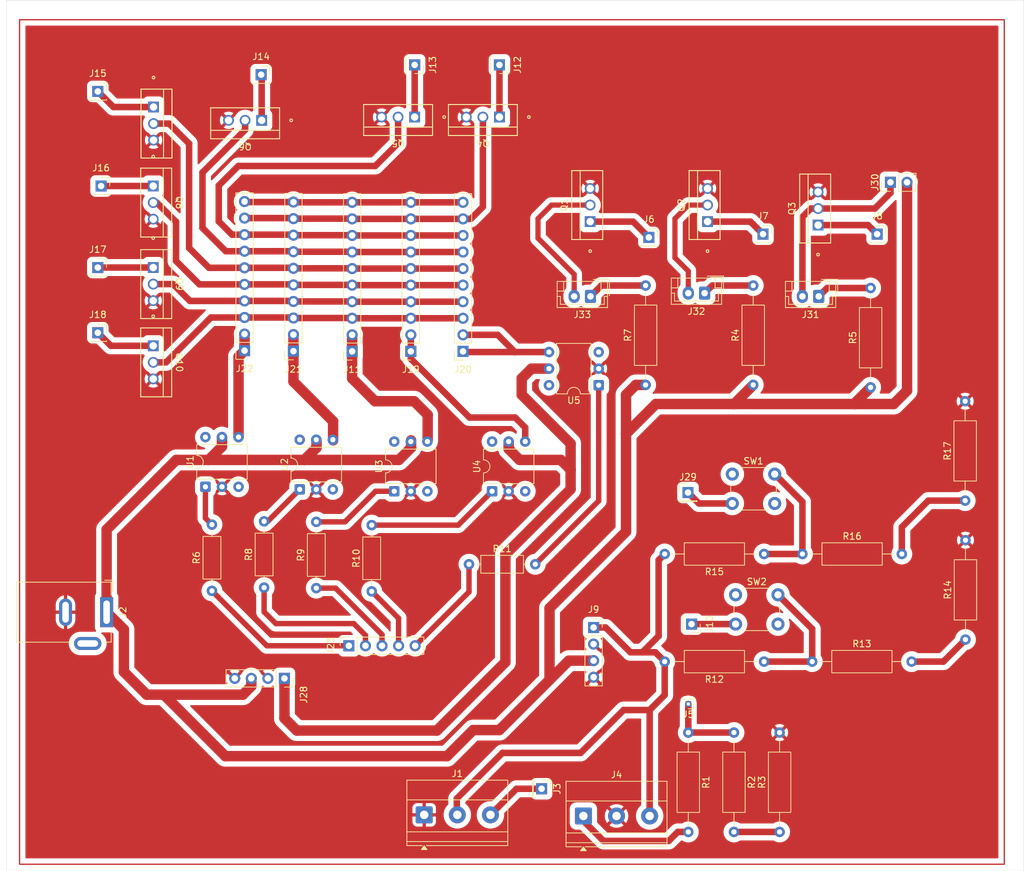
<source format=kicad_pcb>
(kicad_pcb (version 20241229) (generator "pcbnew") (generator_version "9.0")
  (layers (0 "F.Cu" signal) (2 "B.Cu" signal) (13 "F.Paste" user) (15 "B.Paste" user) (5 "F.SilkS" user "F.Silkscreen") (7 "B.SilkS" user "B.Silkscreen") (1 "F.Mask" user) (3 "B.Mask" user) (25 "Edge.Cuts" user))
  (net 0 "")
  (net 1 "/V_5v")
  (net 2 "GND")
  (net 3 "Net-(J1-Pin_3)")
  (net 4 "Net-(J4-Pin_1)")
  (net 5 "Net-(J5-Pin_1)")
  (net 6 "Net-(J6-Pin_1)")
  (net 7 "Net-(J7-Pin_1)")
  (net 8 "Net-(J8-Pin_1)")
  (net 9 "/Vin")
  (net 10 "Net-(J10-Pin_1)")
  (net 11 "Net-(J11-Pin_6)")
  (net 12 "Net-(J11-Pin_4)")
  (net 13 "Net-(J11-Pin_7)")
  (net 14 "Net-(J11-Pin_3)")
  (net 15 "Net-(J11-Pin_9)")
  (net 16 "Net-(J11-Pin_5)")
  (net 17 "Net-(J11-Pin_10)")
  (net 18 "Net-(J11-Pin_8)")
  (net 19 "act_d3")
  (net 20 "Net-(J12-Pin_1)")
  (net 21 "Net-(J13-Pin_1)")
  (net 22 "Net-(J14-Pin_1)")
  (net 23 "Net-(J15-Pin_1)")
  (net 24 "Net-(J16-Pin_1)")
  (net 25 "Net-(J17-Pin_1)")
  (net 26 "Net-(J18-Pin_1)")
  (net 27 "act_d4")
  (net 28 "act_d5")
  (net 29 "act_d2")
  (net 30 "act_d1")
  (net 31 "Net-(J23-Pin_4)")
  (net 32 "Net-(J23-Pin_2)")
  (net 33 "Net-(J23-Pin_3)")
  (net 34 "Net-(J23-Pin_1)")
  (net 35 "Net-(J23-Pin_5)")
  (net 36 "Net-(J29-Pin_1)")
  (net 37 "Net-(J30-Pin_1)")
  (net 38 "Net-(J31-Pin_1)")
  (net 39 "Net-(J32-Pin_1)")
  (net 40 "Net-(J32-Pin_2)")
  (net 41 "Net-(J33-Pin_2)")
  (net 42 "Net-(J33-Pin_1)")
  (net 43 "Net-(R2-Pad2)")
  (net 44 "Net-(R6-Pad2)")
  (net 45 "Net-(R8-Pad2)")
  (net 46 "Net-(R9-Pad2)")
  (net 47 "Net-(R10-Pad2)")
  (net 48 "Net-(R11-Pad2)")
  (net 49 "Net-(R12-Pad1)")
  (net 50 "Net-(R13-Pad2)")
  (net 51 "Net-(R15-Pad1)")
  (net 52 "Net-(R16-Pad2)")
  (net 58 "/V_7.2v")
  (footprint "Button_Switch_THT:SW_PUSH_6mm_H5mm" (layer "F.Cu") (at 157.2979 121.1771)
    (property "Reference" "SW2")
    (property "Value" "SW_Push_Reset")
  )
  (footprint "Resistor_THT:R_Axial_DIN0207_L6.3mm_D2.5mm_P10.16mm_Horizontal" (layer "F.Cu") (at 77 120.58 90)
    (property "Reference" "R6")
    (property "Value" "470")
  )
  (footprint "Library:SOT78_TO220_NXP" (layer "F.Cu") (at 121.0879 47.9271 180)
    (property "Reference" "Q4")
    (property "Value" "NMOS")
  )
  (footprint "Connector_PinSocket_2.54mm:PinSocket_1x10_P2.54mm_Vertical" (layer "F.Cu") (at 115.5 83.86 180)
    (property "Reference" "J20")
    (property "Value" "Conn_01x10_Socket")
  )
  (footprint "Connector_PinSocket_2.54mm:PinSocket_1x04_P2.54mm_Vertical" (layer "F.Cu") (at 88.12 134 -90)
    (property "Reference" "J28")
    (property "Value" "Regulator7.2v")
  )
  (footprint "Library:SOT78_TO220_NXP" (layer "F.Cu") (at 153 63.96 90)
    (property "Reference" "Q2")
    (property "Value" "NMOS")
  )
  (footprint "Connector_PinSocket_2.54mm:PinSocket_1x01_P2.54mm_Vertical" (layer "F.Cu") (at 121.0879 39.9271 -90)
    (property "Reference" "J12")
    (property "Value" "seg_A")
  )
  (footprint "Package_DIP:DIP-6_W7.62mm" (layer "F.Cu") (at 76 104.62 90)
    (property "Reference" "U1")
    (property "Value" "4N35")
  )
  (footprint "Library:SOT78_TO220_NXP" (layer "F.Cu") (at 68 58.5 -90)
    (property "Reference" "Q8")
    (property "Value" "NMOS")
  )
  (footprint "Resistor_THT:R_Axial_DIN0207_L6.3mm_D2.5mm_P10.16mm_Horizontal" (layer "F.Cu") (at 101.5 120.66 90)
    (property "Reference" "R10")
    (property "Value" "470")
  )
  (footprint "Connector_PinSocket_2.54mm:PinSocket_1x01_P2.54mm_Vertical" (layer "F.Cu") (at 108.0879 39.9271 -90)
    (property "Reference" "J13")
    (property "Value" "seg_B")
  )
  (footprint "Connector_PinSocket_2.54mm:PinSocket_1x01_P2.54mm_Vertical" (layer "F.Cu") (at 179 65.88)
    (property "Reference" "J8")
    (property "Value" "Green")
  )
  (footprint "Connector_PinSocket_2.54mm:PinSocket_1x01_P2.54mm_Vertical" (layer "F.Cu") (at 150.5479 125.6771 -90)
    (property "Reference" "J10")
    (property "Value" "InReset")
  )
  (footprint "Connector_PinSocket_2.54mm:PinSocket_1x01_P2.54mm_Vertical" (layer "F.Cu") (at 144 66.38)
    (property "Reference" "J6")
    (property "Value" "Red")
  )
  (footprint "Resistor_THT:R_Axial_DIN0309_L9.0mm_D3.2mm_P15.24mm_Horizontal" (layer "F.Cu") (at 178 89.38 90)
    (property "Reference" "R5")
    (property "Value" "220")
  )
  (footprint "Package_DIP:DIP-6_W7.62mm" (layer "F.Cu") (at 136.305 89.04 180)
    (property "Reference" "U5")
    (property "Value" "4N35")
  )
  (footprint "Connector_PinSocket_2.54mm:PinSocket_1x04_P2.54mm_Vertical" (layer "F.Cu") (at 135.525 126.2)
    (property "Reference" "J9")
    (property "Value" "Regulator5v")
  )
  (footprint "Connector_PinSocket_2.54mm:PinSocket_1x10_P2.54mm_Vertical" (layer "F.Cu") (at 82 83.74 180)
    (property "Reference" "J22")
    (property "Value" "Conn_01x10_Socket")
  )
  (footprint "Connector_PinSocket_2.54mm:PinSocket_1x01_P2.54mm_Vertical" (layer "F.Cu") (at 161.5 65.88)
    (property "Reference" "J7")
    (property "Value" "Yellow")
  )
  (footprint "Resistor_THT:R_Axial_DIN0309_L9.0mm_D3.2mm_P15.24mm_Horizontal" (layer "F.Cu") (at 143.5 89 90)
    (property "Reference" "R7")
    (property "Value" "220")
  )
  (footprint "Connector_PinHeader_2.54mm:PinHeader_1x01_P2.54mm_Vertical" (layer "F.Cu") (at 150 105.5)
    (property "Reference" "J29")
    (property "Value" "InSet")
  )
  (footprint "Library:SOT78_TO220_NXP" (layer "F.Cu") (at 68 83 -90)
    (property "Reference" "Q10")
    (property "Value" "NMOS")
  )
  (footprint "Resistor_THT:R_Axial_DIN0309_L9.0mm_D3.2mm_P15.24mm_Horizontal" (layer "F.Cu") (at 150.0479 142.3071 -90)
    (property "Reference" "R1")
    (property "Value" "10k")
  )
  (footprint "Connector_PinSocket_2.54mm:PinSocket_1x10_P2.54mm_Vertical" (layer "F.Cu") (at 107.5 83.86 180)
    (property "Reference" "J19")
    (property "Value" "Conn_01x10_Socket")
  )
  (footprint "Connector_BarrelJack:BarrelJack_GCT_DCJ200-10-A_Horizontal" (layer "F.Cu") (at 60.85 123.85 -90)
    (property "Reference" "J2")
    (property "Value" "Jack-DC")
  )
  (footprint "TerminalBlock_Phoenix:TerminalBlock_Phoenix_MKDS-1,5-3-5.08_1x03_P5.08mm_Horizontal" (layer "F.Cu") (at 133.9629 155.0996)
    (property "Reference" "J4")
    (property "Value" "InInfrared")
  )
  (footprint "Connector_JST:JST_EH_B2B-EH-A_1x02_P2.50mm_Vertical" (layer "F.Cu") (at 152.5479 74.9271 180)
    (property "Reference" "J32")
    (property "Value" "Yellow_LED")
  )
  (footprint "Button_Switch_THT:SW_PUSH_6mm_H5mm" (layer "F.Cu") (at 156.7979 102.6771)
    (property "Reference" "SW1")
    (property "Value" "SW_Push_Set")
  )
  (footprint "Library:SOT78_TO220_NXP" (layer "F.Cu") (at 68 71 -90)
    (property "Reference" "Q9")
    (property "Value" "NMOS")
  )
  (footprint "Connector_JST:JST_EH_B2B-EH-A_1x02_P2.50mm_Vertical" (layer "F.Cu") (at 135.0479 75.4271 180)
    (property "Reference" "J33")
    (property "Value" "Red_LED")
  )
  (footprint "Resistor_THT:R_Axial_DIN0309_L9.0mm_D3.2mm_P15.24mm_Horizontal" (layer "F.Cu") (at 164.0479 157.5471 90)
    (property "Reference" "R3")
    (property "Value" "10k")
  )
  (footprint "Resistor_THT:R_Axial_DIN0207_L6.3mm_D2.5mm_P10.16mm_Horizontal" (layer "F.Cu") (at 85 120.08 90)
    (property "Reference" "R8")
    (property "Value" "470")
  )
  (footprint "Package_DIP:DIP-6_W7.62mm" (layer "F.Cu") (at 104.96 105.305 90)
    (property "Reference" "U3")
    (property "Value" "4N35")
  )
  (footprint "TerminalBlock_Phoenix:TerminalBlock_Phoenix_MKDS-1,5-3-5.08_1x03_P5.08mm_Horizontal" (layer "F.Cu") (at 109.5479 154.9271)
    (property "Reference" "J1")
    (property "Value" "InServo")
  )
  (footprint "Connector_PinSocket_2.54mm:PinSocket_1x01_P2.54mm_Vertical" (layer "F.Cu") (at 59.5 71)
    (property "Reference" "J17")
    (property "Value" "seg_F")
  )
  (footprint "Resistor_THT:R_Axial_DIN0207_L6.3mm_D2.5mm_P10.16mm_Horizontal" (layer "F.Cu") (at 116.42 116.5)
    (property "Reference" "R11")
    (property "Value" "470")
  )
  (footprint "Resistor_THT:R_Axial_DIN0309_L9.0mm_D3.2mm_P15.24mm_Horizontal" (layer "F.Cu") (at 192.5 106.74 90)
    (property "Reference" "R17")
    (property "Value" "10k")
  )
  (footprint "Connector_PinSocket_2.54mm:PinSocket_1x10_P2.54mm_Vertical" (layer "F.Cu") (at 89.5 83.82 180)
    (property "Reference" "J21")
    (property "Value" "Conn_01x10_Socket")
  )
  (footprint "Resistor_THT:R_Axial_DIN0309_L9.0mm_D3.2mm_P15.24mm_Horizontal" (layer "F.Cu") (at 160 89 90)
    (property "Reference" "R4")
    (property "Value" "220")
  )
  (footprint "Connector_PinSocket_2.54mm:PinSocket_1x01_P2.54mm_Vertical" (layer "F.Cu") (at 59.5 81)
    (property "Reference" "J18")
    (property "Value" "seg_G" (hide yes))
  )
  (footprint "Connector_PinHeader_2.54mm:PinHeader_1x01_P2.54mm_Vertical" (layer "F.Cu") (at 127.5479 150.9271 -90)
    (property "Reference" "J3")
    (property "Value" "PWM_Servo")
  )
  (footprint "Resistor_THT:R_Axial_DIN0309_L9.0mm_D3.2mm_P15.24mm_Horizontal" (layer "F.Cu") (at 161.6679 114.9271 180)
    (property "Reference" "R15")
    (property "Value" "10k")
  )
  (footprint "Library:SOT78_TO220_NXP" (layer "F.Cu") (at 135 63.96 90)
    (property "Reference" "Q1")
    (property "Value" "NMOS")
  )
  (footprint "Connector_PinHeader_2.54mm:PinHeader_1x02_P2.54mm_Vertical" (layer "F.Cu") (at 181.0479 57.9271 90)
    (property "Reference" "J30")
    (property "Value" "Buzzer")
  )
  (footprint "Connector_PinSocket_2.54mm:PinSocket_1x10_P2.54mm_Vertical" (layer "F.Cu") (at 98.5 83.86 180)
    (property "Reference" "J11")
    (property "Value" "Conn_01x10_Socket")
  )
  (footprint "Resistor_THT:R_Axial_DIN0309_L9.0mm_D3.2mm_P15.24mm_Horizontal" (layer "F.Cu") (at 169.0479 131.4271)
    (property "Reference" "R13")
    (property "Value" "10k")
  )
  (footprint "Connector_PinSocket_2.54mm:PinSocket_1x05_P2.54mm_Vertical" (layer "F.Cu") (at 98 129 90)
    (property "Reference" "J23")
    (property "Value" "1x05_SocketSelector")
  )
  (footprint "Connector_PinSocket_2.54mm:PinSocket_1x01_P2.54mm_Vertical" (layer "F.Cu") (at 84.5479 41.4271)
    (property "Reference" "J14")
    (property "Value" "seg_C" (hide yes))
  )
  (footprint "Resistor_THT:R_Axial_DIN0309_L9.0mm_D3.2mm_P15.24mm_Horizontal" (layer "F.Cu") (at 192.5479 128.0471 90)
    (property "Reference" "R14")
    (property "Value" "10k")
  )
  (footprint "Connector_PinSocket_2.54mm:PinSocket_1x01_P2.54mm_Vertical" (layer "F.Cu") (at 60 58.5)
    (property "Reference" "J16")
    (property "Value" "seg_E")
  )
  (footprint "Package_DIP:DIP-6_W7.62mm" (layer "F.Cu") (at 90.46 105.02 90)
    (property "Reference" "U2")
    (property "Value" "4N35")
  )
  (footprint "Resistor_THT:R_Axial_DIN0207_L6.3mm_D2.5mm_P10.16mm_Horizontal" (layer "F.Cu") (at 93 120.16 90)
    (property "Reference" "R9")
    (property "Value" "470")
  )
  (footprint "Package_DIP:DIP-6_W7.62mm" (layer "F.Cu") (at 119.96 105.305 90)
    (property "Reference" "U4")
    (property "Value" "4N35")
  )
  (footprint "Resistor_THT:R_Axial_DIN0309_L9.0mm_D3.2mm_P15.24mm_Horizontal" (layer "F.Cu") (at 161.6679 131.4271 180)
    (property "Reference" "R12")
    (property "Value" "10k")
  )
  (footprint "Connector_JST:JST_EH_B2B-EH-A_1x02_P2.50mm_Vertical" (layer "F.Cu") (at 170.0479 75.4271 180)
    (property "Reference" "J31")
    (property "Value" "GreenLED")
  )
  (footprint "Library:SOT78_TO220_NXP" (layer "F.Cu") (at 169.9521 64.4929 90)
    (property "Reference" "Q3")
    (property "Value" "NMOS")
  )
  (footprint "Library:SOT78_TO220_NXP" (layer "F.Cu") (at 68.0479 46.3871 -90)
    (property "Reference" "Q7" (hide yes))
    (property "Value" "NMOS")
  )
  (footprint "Resistor_THT:R_Axial_DIN0309_L9.0mm_D3.2mm_P15.24mm_Horizontal" (layer "F.Cu") (at 167.5479 114.9271)
    (property "Reference" "R16")
    (property "Value" "10k")
  )
  (footprint "Library:SOT78_TO220_NXP" (layer "F.Cu") (at 84.6279 48.4271 180)
    (property "Reference" "Q6")
    (property "Value" "NMOS")
  )
  (footprint "Connector_PinHeader_1.00mm:PinHeader_1x01_P1.00mm_Vertical" (layer "F.Cu") (at 150.0479 137.9271 180)
    (property "Reference" "J5")
    (property "Value" "OutInfrared")
  )
  (footprint "Resistor_THT:R_Axial_DIN0309_L9.0mm_D3.2mm_P15.24mm_Horizontal" (layer "F.Cu") (at 157.0479 142.3071 -90)
    (property "Reference" "R2")
    (property "Value" "10k")
  )
  (footprint "Connector_PinSocket_2.54mm:PinSocket_1x01_P2.54mm_Vertical" (layer "F.Cu") (at 59.5 44)
    (property "Reference" "J15")
    (property "Value" "seg_D")
  )
  (footprint "Library:SOT78_TO220_NXP" (layer "F.Cu") (at 108.0879 47.9271 180)
    (property "Reference" "Q5")
    (property "Value" "NMOS")
  )
  (gr_rect (start 47.5 33) (end 198.5 162.5) (stroke (width 0.2)) (fill no) (layer "F.Cu"))
  (gr_rect (start 45.5 30) (end 201.5 163.5) (stroke (width 0.05)) (fill no) (layer "Edge.Cuts"))
  (segment (start 144.1229 138.8521) (end 144.1229 155.0996) (width 1) (layer "F.Cu") (net 1))
  (segment (start 145.5 127.5) (end 145.5 115.855) (width 1) (layer "F.Cu") (net 1))
  (segment (start 145.0008 130) (end 143 130) (width 1) (layer "F.Cu") (net 1))
  (segment (start 145.5 115.855) (end 146.4279 114.9271) (width 1) (layer "F.Cu") (net 1))
  (segment (start 140.1229 138.8521) (end 133.5479 145.4271) (width 1) (layer "F.Cu") (net 1))
  (segment (start 146.4279 131.4271) (end 146.4279 136.5471) (width 1) (layer "F.Cu") (net 1))
  (segment (start 133.5479 145.4271) (end 121.5479 145.4271) (width 1) (layer "F.Cu") (net 1))
  (segment (start 114.5479 152.4271) (end 114.5479 154.8471) (width 1) (layer "F.Cu") (net 1))
  (segment (start 146.4279 136.5471) (end 144.5479 138.4271) (width 1) (layer "F.Cu") (net 1))
  (segment (start 144.5479 138.4271) (end 144.1229 138.8521) (width 1) (layer "F.Cu") (net 1))
  (segment (start 121.5479 145.4271) (end 114.5479 152.4271) (width 1) (layer "F.Cu") (net 1))
  (segment (start 135.525 126.2) (end 137.375 126.2) (width 1) (layer "F.Cu") (net 1))
  (segment (start 141.175 130) (end 140.325 129.15) (width 1) (layer "F.Cu") (net 1))
  (segment (start 145.0008 130) (end 146.4279 131.4271) (width 1) (layer "F.Cu") (net 1))
  (segment (start 137.375 126.2) (end 140.325 129.15) (width 1) (layer "F.Cu") (net 1))
  (segment (start 143 130) (end 141.175 130) (width 1) (layer "F.Cu") (net 1))
  (segment (start 114.5479 154.8471) (end 114.6279 154.9271) (width 1) (layer "F.Cu") (net 1))
  (segment (start 143 130) (end 145.5 127.5) (width 1) (layer "F.Cu") (net 1))
  (segment (start 144.1229 138.8521) (end 140.1229 138.8521) (width 1) (layer "F.Cu") (net 1))
  (segment (start 123.7079 150.9271) (end 119.7079 154.9271) (width 1) (layer "F.Cu") (net 3))
  (segment (start 123.7079 150.9271) (end 127.5479 150.9271) (width 1) (layer "F.Cu") (net 3))
  (segment (start 137.0479 158.9271) (end 147.0479 158.9271) (width 1) (layer "F.Cu") (net 4))
  (segment (start 133.9629 155.0996) (end 133.9629 155.8421) (width 1) (layer "F.Cu") (net 4))
  (segment (start 147.0479 158.9271) (end 148.4279 157.5471) (width 1) (layer "F.Cu") (net 4))
  (segment (start 148.4279 157.5471) (end 150.0479 157.5471) (width 1) (layer "F.Cu") (net 4))
  (segment (start 133.9629 155.8421) (end 137.0479 158.9271) (width 1) (layer "F.Cu") (net 4))
  (segment (start 150.0479 142.3071) (end 150.0479 137.9271) (width 1) (layer "F.Cu") (net 5))
  (segment (start 150.0479 142.3071) (end 157.0479 142.3071) (width 1) (layer "F.Cu") (net 5))
  (segment (start 135 63.96) (end 141.58 63.96) (width 1) (layer "F.Cu") (net 6))
  (segment (start 141.58 63.96) (end 144 66.38) (width 1) (layer "F.Cu") (net 6))
  (segment (start 153 63.96) (end 159.58 63.96) (width 1) (layer "F.Cu") (net 7))
  (segment (start 159.58 63.96) (end 161.5 65.88) (width 1) (layer "F.Cu") (net 7))
  (segment (start 177.6129 64.4929) (end 179 65.88) (width 1) (layer "F.Cu") (net 8))
  (segment (start 169.9521 64.4929) (end 177.6129 64.4929) (width 1) (layer "F.Cu") (net 8))
  (segment (start 140.5 96.5) (end 140.5 90.5) (width 1.6) (layer "F.Cu") (net 9))
  (segment (start 121.0729 141.9271) (end 128.77 134.23) (width 1.6) (layer "F.Cu") (net 9))
  (segment (start 145.0729 91.9271) (end 157.0729 91.9271) (width 1.6) (layer "F.Cu") (net 9))
  (segment (start 107.54 98.63137) (end 107.54 97.5) (width 1.6) (layer "F.Cu") (net 9))
  (segment (start 60.85 111.179841) (end 60.85 123.85) (width 1.6) (layer "F.Cu") (net 9))
  (segment (start 83.04 135.202081) (end 83.04 134) (width 1.6) (layer "F.Cu") (net 9))
  (segment (start 69.6208 136.5) (end 67 136.5) (width 1.6) (layer "F.Cu") (net 9))
  (segment (start 183.5879 89.8871) (end 183.5879 57.9271) (width 1.6) (layer "F.Cu") (net 9))
  (segment (start 131.72 131.28) (end 135.525 131.28) (width 1.6) (layer "F.Cu") (net 9))
  (segment (start 175.5479 91.8321) (end 176.0004 91.3796) (width 1.6) (layer "F.Cu") (net 9))
  (segment (start 76.5 100.5) (end 91.17137 100.5) (width 1.6) (layer "F.Cu") (net 9))
  (segment (start 176.0004 91.3796) (end 178 89.38) (width 1.6) (layer "F.Cu") (net 9))
  (segment (start 105.67137 100.5) (end 107.54 98.63137) (width 1.6) (layer "F.Cu") (net 9))
  (segment (start 128.77 134.23) (end 128.77 123.23) (width 1.6) (layer "F.Cu") (net 9))
  (segment (start 140.5 111.5) (end 140.5 96.5) (width 1.6) (layer "F.Cu") (net 9))
  (segment (start 181.5479 91.9271) (end 183.5879 89.8871) (width 1.6) (layer "F.Cu") (net 9))
  (segment (start 140.5 96.5) (end 145.0729 91.9271) (width 1.6) (layer "F.Cu") (net 9))
  (segment (start 78.54 98.46) (end 78.54 97) (width 1.6) (layer "F.Cu") (net 9))
  (segment (start 140.5 90.5) (end 142 89) (width 1.6) (layer "F.Cu") (net 9))
  (segment (start 63.5 126.5) (end 60.85 123.85) (width 1.6) (layer "F.Cu") (net 9))
  (segment (start 91.17137 100.5) (end 93.04 98.63137) (width 1.6) (layer "F.Cu") (net 9))
  (segment (start 71.529841 100.5) (end 76.5 100.5) (width 1.6) (layer "F.Cu") (net 9))
  (segment (start 76.5 100.5) (end 78.54 98.46) (width 1.6) (layer "F.Cu") (net 9))
  (segment (start 81.742081 136.5) (end 83.04 135.202081) (width 1.6) (layer "F.Cu") (net 9))
  (segment (start 81.742081 136.5) (end 69.6208 136.5) (width 1.6) (layer "F.Cu") (net 9))
  (segment (start 69.6208 136.5) (end 79.0479 145.9271) (width 1.6) (layer "F.Cu") (net 9))
  (segment (start 63.5 133) (end 63.5 126.5) (width 1.6) (layer "F.Cu") (net 9))
  (segment (start 175.5479 91.9271) (end 175.5479 91.8321) (width 1.6) (layer "F.Cu") (net 9))
  (segment (start 128.77 123.23) (end 140.5 111.5) (width 1.6) (layer "F.Cu") (net 9))
  (segment (start 67 136.5) (end 63.5 133) (width 1.6) (layer "F.Cu") (net 9))
  (segment (start 93.04 98.63137) (end 93.04 97.5) (width 1.6) (layer "F.Cu") (net 9))
  (segment (start 142 89) (end 143.5 89) (width 1.6) (layer "F.Cu") (net 9))
  (segment (start 117.0479 141.9271) (end 121.0729 141.9271) (width 1.6) (layer "F.Cu") (net 9))
  (segment (start 128.77 134.23) (end 131.72 131.28) (width 1.6) (layer "F.Cu") (net 9))
  (segment (start 71.529841 100.5) (end 60.85 111.179841) (width 1.6) (layer "F.Cu") (net 9))
  (segment (start 113.0479 145.9271) (end 117.0479 141.9271) (width 1.6) (layer "F.Cu") (net 9))
  (segment (start 157.0729 91.9271) (end 175.5479 91.9271) (width 1.6) (layer "F.Cu") (net 9))
  (segment (start 157.0729 91.9271) (end 160 89) (width 1.6) (layer "F.Cu") (net 9))
  (segment (start 79.0479 145.9271) (end 113.0479 145.9271) (width 1.6) (layer "F.Cu") (net 9))
  (segment (start 175.5479 91.9271) (end 181.5479 91.9271) (width 1.6) (layer "F.Cu") (net 9))
  (segment (start 91.17137 100.5) (end 105.67137 100.5) (width 1.6) (layer "F.Cu") (net 9))
  (segment (start 157.2979 125.6771) (end 150.5479 125.6771) (width 1) (layer "F.Cu") (net 10))
  (segment (start 82 71.04) (end 89.42 71.04) (width 1) (layer "F.Cu") (net 11))
  (segment (start 115.5 71.16) (end 107.5 71.16) (width 1) (layer "F.Cu") (net 11))
  (segment (start 73.5 68) (end 76.54 71.04) (width 1) (layer "F.Cu") (net 11))
  (segment (start 70.4271 48.9271) (end 68.0479 48.9271) (width 1) (layer "F.Cu") (net 11))
  (segment (start 89.5 71.12) (end 98.46 71.12) (width 1) (layer "F.Cu") (net 11))
  (segment (start 76.54 71.04) (end 82 71.04) (width 1) (layer "F.Cu") (net 11))
  (segment (start 89.42 71.04) (end 89.5 71.12) (width 1) (layer "F.Cu") (net 11))
  (segment (start 98.5 71.16) (end 107.5 71.16) (width 1) (layer "F.Cu") (net 11))
  (segment (start 98.46 71.12) (end 98.5 71.16) (width 1) (layer "F.Cu") (net 11))
  (segment (start 73.5 52) (end 73.5 68) (width 1) (layer "F.Cu") (net 11))
  (segment (start 73.5 52) (end 70.4271 48.9271) (width 1) (layer "F.Cu") (net 11))
  (segment (start 73.62 76.12) (end 71.04 73.54) (width 1) (layer "F.Cu") (net 12))
  (segment (start 82 76.12) (end 73.62 76.12) (width 1) (layer "F.Cu") (net 12))
  (segment (start 71.04 73.54) (end 68 73.54) (width 1) (layer "F.Cu") (net 12))
  (segment (start 89.5 76.2) (end 98.46 76.2) (width 1) (layer "F.Cu") (net 12))
  (segment (start 82 76.12) (end 89.42 76.12) (width 1) (layer "F.Cu") (net 12))
  (segment (start 115.5 76.24) (end 107.5 76.24) (width 1) (layer "F.Cu") (net 12))
  (segment (start 98.46 76.2) (end 98.5 76.24) (width 1) (layer "F.Cu") (net 12))
  (segment (start 98.5 76.24) (end 107.5 76.24) (width 1) (layer "F.Cu") (net 12))
  (segment (start 89.42 76.12) (end 89.5 76.2) (width 1) (layer "F.Cu") (net 12))
  (segment (start 75.5479 64.9271) (end 75.5479 56.4271) (width 1) (layer "F.Cu") (net 13))
  (segment (start 98.46 68.58) (end 98.5 68.62) (width 1) (layer "F.Cu") (net 13))
  (segment (start 75.5479 56.4271) (end 82.0879 49.8871) (width 1) (layer "F.Cu") (net 13))
  (segment (start 82 68.5) (end 79.1208 68.5) (width 1) (layer "F.Cu") (net 13))
  (segment (start 89.42 68.5) (end 89.5 68.58) (width 1) (layer "F.Cu") (net 13))
  (segment (start 89.5 68.58) (end 98.46 68.58) (width 1) (layer "F.Cu") (net 13))
  (segment (start 98.5 68.62) (end 107.5 68.62) (width 1) (layer "F.Cu") (net 13))
  (segment (start 82.0879 49.8871) (end 82.0879 48.4271) (width 1) (layer "F.Cu") (net 13))
  (segment (start 82 68.5) (end 89.42 68.5) (width 1) (layer "F.Cu") (net 13))
  (segment (start 115.5 68.62) (end 107.5 68.62) (width 1) (layer "F.Cu") (net 13))
  (segment (start 79.1208 68.5) (end 75.5479 64.9271) (width 1) (layer "F.Cu") (net 13))
  (segment (start 82 78.66) (end 89.42 78.66) (width 1) (layer "F.Cu") (net 14))
  (segment (start 82 78.66) (end 76.84 78.66) (width 1) (layer "F.Cu") (net 14))
  (segment (start 69.96 85.54) (end 68 85.54) (width 1) (layer "F.Cu") (net 14))
  (segment (start 98.46 78.74) (end 98.5 78.78) (width 1) (layer "F.Cu") (net 14))
  (segment (start 98.5 78.78) (end 107.5 78.78) (width 1) (layer "F.Cu") (net 14))
  (segment (start 89.42 78.66) (end 89.5 78.74) (width 1) (layer "F.Cu") (net 14))
  (segment (start 89.5 78.74) (end 98.46 78.74) (width 1) (layer "F.Cu") (net 14))
  (segment (start 76.84 78.66) (end 69.96 85.54) (width 1) (layer "F.Cu") (net 14))
  (segment (start 115.5 78.78) (end 107.5 78.78) (width 1) (layer "F.Cu") (net 14))
  (segment (start 98.46 63.5) (end 98.5 63.54) (width 1) (layer "F.Cu") (net 15))
  (segment (start 89.5 63.5) (end 98.46 63.5) (width 1) (layer "F.Cu") (net 15))
  (segment (start 116.702081 63.54) (end 118.5479 61.694181) (width 1) (layer "F.Cu") (net 15))
  (segment (start 82 63.42) (end 89.42 63.42) (width 1) (layer "F.Cu") (net 15))
  (segment (start 115.5 63.54) (end 107.5 63.54) (width 1) (layer "F.Cu") (net 15))
  (segment (start 107.5 63.54) (end 98.5 63.54) (width 1) (layer "F.Cu") (net 15))
  (segment (start 115.5 63.54) (end 116.702081 63.54) (width 1) (layer "F.Cu") (net 15))
  (segment (start 118.5479 61.694181) (end 118.5479 47.9271) (width 1) (layer "F.Cu") (net 15))
  (segment (start 89.42 63.42) (end 89.5 63.5) (width 1) (layer "F.Cu") (net 15))
  (segment (start 82 73.58) (end 75.08 73.58) (width 1) (layer "F.Cu") (net 16))
  (segment (start 98.5 73.7) (end 107.5 73.7) (width 1) (layer "F.Cu") (net 16))
  (segment (start 98.46 73.66) (end 98.5 73.7) (width 1) (layer "F.Cu") (net 16))
  (segment (start 71.5 70) (end 71.5 64) (width 1) (layer "F.Cu") (net 16))
  (segment (start 82 73.58) (end 89.42 73.58) (width 1) (layer "F.Cu") (net 16))
  (segment (start 75.08 73.58) (end 71.5 70) (width 1) (layer "F.Cu") (net 16))
  (segment (start 89.5 73.66) (end 98.46 73.66) (width 1) (layer "F.Cu") (net 16))
  (segment (start 71.5 64) (end 68.54 61.04) (width 1) (layer "F.Cu") (net 16))
  (segment (start 115.5 73.7) (end 107.5 73.7) (width 1) (layer "F.Cu") (net 16))
  (segment (start 89.42 73.58) (end 89.5 73.66) (width 1) (layer "F.Cu") (net 16))
  (segment (start 68.54 61.04) (end 68 61.04) (width 1) (layer "F.Cu") (net 16))
  (segment (start 107.5 61) (end 98.5 61) (width 1) (layer "F.Cu") (net 17))
  (segment (start 82.08 60.96) (end 82 60.88) (width 1) (layer "F.Cu") (net 17))
  (segment (start 115.5 61) (end 107.5 61) (width 1) (layer "F.Cu") (net 17))
  (segment (start 89.5 60.96) (end 82.08 60.96) (width 1) (layer "F.Cu") (net 17))
  (segment (start 98.5 61) (end 89.54 61) (width 1) (layer "F.Cu") (net 17))
  (segment (start 89.54 61) (end 89.5 60.96) (width 1) (layer "F.Cu") (net 17))
  (segment (start 102.0479 55.4271) (end 105.5479 51.9271) (width 1) (layer "F.Cu") (net 18))
  (segment (start 105.5479 51.9271) (end 105.5479 47.9271) (width 1) (layer "F.Cu") (net 18))
  (segment (start 80.0808 65.96) (end 78.0479 63.9271) (width 1) (layer "F.Cu") (net 18))
  (segment (start 115.5 66.08) (end 107.5 66.08) (width 1) (layer "F.Cu") (net 18))
  (segment (start 98.5 66.08) (end 107.5 66.08) (width 1) (layer "F.Cu") (net 18))
  (segment (start 89.42 65.96) (end 89.5 66.04) (width 1) (layer "F.Cu") (net 18))
  (segment (start 81.0479 55.4271) (end 102.0479 55.4271) (width 1) (layer "F.Cu") (net 18))
  (segment (start 98.46 66.04) (end 98.5 66.08) (width 1) (layer "F.Cu") (net 18))
  (segment (start 78.0479 58.4271) (end 81.0479 55.4271) (width 1) (layer "F.Cu") (net 18))
  (segment (start 89.5 66.04) (end 98.46 66.04) (width 1) (layer "F.Cu") (net 18))
  (segment (start 82 65.96) (end 89.42 65.96) (width 1) (layer "F.Cu") (net 18))
  (segment (start 82 65.96) (end 80.0808 65.96) (width 1) (layer "F.Cu") (net 18))
  (segment (start 78.0479 63.9271) (end 78.0479 58.4271) (width 1) (layer "F.Cu") (net 18))
  (segment (start 98.5 88) (end 98.5 83.86) (width 1.6) (layer "F.Cu") (net 19))
  (segment (start 110.08 93.58) (end 110.08 97.5) (width 1.6) (layer "F.Cu") (net 19))
  (segment (start 108 91.5) (end 110.08 93.58) (width 1.6) (layer "F.Cu") (net 19))
  (segment (start 102 91.5) (end 98.5 88) (width 1.6) (layer "F.Cu") (net 19))
  (segment (start 102 91.5) (end 108 91.5) (width 1.6) (layer "F.Cu") (net 19))
  (segment (start 98.5 83.86) (end 98.5 81.32) (width 1.6) (layer "F.Cu") (net 19))
  (segment (start 121.0879 47.9271) (end 121.0879 39.9271) (width 1) (layer "F.Cu") (net 20))
  (segment (start 108.0879 47.9271) (end 108.0879 39.9271) (width 1) (layer "F.Cu") (net 21))
  (segment (start 84.6279 41.5071) (end 84.5479 41.4271) (width 1) (layer "F.Cu") (net 22))
  (segment (start 84.6279 48.4271) (end 84.6279 41.5071) (width 1) (layer "F.Cu") (net 22))
  (segment (start 61.8871 46.3871) (end 59.5 44) (width 1) (layer "F.Cu") (net 23))
  (segment (start 68.0479 46.3871) (end 61.8871 46.3871) (width 1) (layer "F.Cu") (net 23))
  (segment (start 68 58.5) (end 60 58.5) (width 1) (layer "F.Cu") (net 24))
  (segment (start 68 71) (end 59.5 71) (width 1) (layer "F.Cu") (net 25))
  (segment (start 61.5 83) (end 59.5 81) (width 1) (layer "F.Cu") (net 26))
  (segment (start 68 83) (end 61.5 83) (width 1) (layer "F.Cu") (net 26))
  (segment (start 116.5 94) (end 107.5 85) (width 1) (layer "F.Cu") (net 27))
  (segment (start 107.5 83.86) (end 107.5 81.32) (width 1) (layer "F.Cu") (net 27))
  (segment (start 107.5 85) (end 107.5 83.86) (width 1) (layer "F.Cu") (net 27))
  (segment (start 123.5 94) (end 116.5 94) (width 1) (layer "F.Cu") (net 27))
  (segment (start 125.04 95.54) (end 123.5 94) (width 1) (layer "F.Cu") (net 27))
  (segment (start 125.04 97.685) (end 125.04 95.54) (width 1) (layer "F.Cu") (net 27))
  (segment (start 115.5 81.32) (end 120.82 81.32) (width 1) (layer "F.Cu") (net 28))
  (segment (start 115.6 83.96) (end 115.5 83.86) (width 1) (layer "F.Cu") (net 28))
  (segment (start 120.82 81.32) (end 123.46 83.96) (width 1) (layer "F.Cu") (net 28))
  (segment (start 123.46 83.96) (end 115.6 83.96) (width 1) (layer "F.Cu") (net 28))
  (segment (start 128.685 83.96) (end 123.46 83.96) (width 1) (layer "F.Cu") (net 28))
  (segment (start 95.58 94.58) (end 89.5 88.5) (width 1.6) (layer "F.Cu") (net 29))
  (segment (start 89.5 81.28) (end 89.5 83.82) (width 1.6) (layer "F.Cu") (net 29))
  (segment (start 95.58 97.5) (end 95.58 94.58) (width 1.6) (layer "F.Cu") (net 29))
  (segment (start 89.5 88.5) (end 89.5 83.82) (width 1.6) (layer "F.Cu") (net 29))
  (segment (start 81.08 84.66) (end 82 83.74) (width 1.6) (layer "F.Cu") (net 30))
  (segment (start 81.08 97) (end 81.08 84.66) (width 1.6) (layer "F.Cu") (net 30))
  (segment (start 82 83.74) (end 82 81.2) (width 1.6) (layer "F.Cu") (net 30))
  (segment (start 105.62 124.78) (end 101.5 120.66) (width 0.83) (layer "F.Cu") (net 31))
  (segment (start 105.62 129) (end 105.62 124.78) (width 0.83) (layer "F.Cu") (net 31))
  (segment (start 86.8 125.6) (end 85 123.8) (width 0.83) (layer "F.Cu") (net 32))
  (segment (start 85 123.8) (end 85 120.08) (width 0.83) (layer "F.Cu") (net 32))
  (segment (start 100.54 129) (end 100.54 127.388) (width 0.83) (layer "F.Cu") (net 32))
  (segment (start 100.54 127.388) (end 98.752 125.6) (width 0.83) (layer "F.Cu") (net 32))
  (segment (start 98.752 125.6) (end 86.8 125.6) (width 0.83) (layer "F.Cu") (net 32))
  (segment (start 103.08 127.28) (end 95.96 120.16) (width 0.83) (layer "F.Cu") (net 33))
  (segment (start 95.96 120.16) (end 93 120.16) (width 0.83) (layer "F.Cu") (net 33))
  (segment (start 103.08 129) (end 103.08 127.28) (width 0.83) (layer "F.Cu") (net 33))
  (segment (start 85.42 129) (end 77 120.58) (width 0.83) (layer "F.Cu") (net 34))
  (segment (start 98 129) (end 85.42 129) (width 0.83) (layer "F.Cu") (net 34))
  (segment (start 108.16 129) (end 116.42 120.74) (width 0.83) (layer "F.Cu") (net 35))
  (segment (start 116.42 120.74) (end 116.42 116.5) (width 0.83) (layer "F.Cu") (net 35))
  (segment (start 151.6771 107.1771) (end 150 105.5) (width 1) (layer "F.Cu") (net 36))
  (segment (start 156.7979 107.1771) (end 151.6771 107.1771) (width 1) (layer "F.Cu") (net 36))
  (segment (start 169.9521 61.9529) (end 168.8391 61.9529) (width 1) (layer "F.Cu") (net 37))
  (segment (start 167.5479 63.2441) (end 167.5479 75.4271) (width 1) (layer "F.Cu") (net 37))
  (segment (start 169.9521 61.9529) (end 178.653546 61.9529) (width 1) (layer "F.Cu") (net 37))
  (segment (start 181.0479 59.558546) (end 181.0479 57.9271) (width 1) (layer "F.Cu") (net 37))
  (segment (start 178.653546 61.9529) (end 181.0479 59.558546) (width 1) (layer "F.Cu") (net 37))
  (segment (start 168.8391 61.9529) (end 167.5479 63.2441) (width 1) (layer "F.Cu") (net 37))
  (segment (start 171.335 74.14) (end 170.0479 75.4271) (width 1) (layer "F.Cu") (net 38))
  (segment (start 178 74.14) (end 171.335 74.14) (width 1) (layer "F.Cu") (net 38))
  (segment (start 160 73.76) (end 153.715 73.76) (width 1) (layer "F.Cu") (net 39))
  (segment (start 153.715 73.76) (end 152.5479 74.9271) (width 1) (layer "F.Cu") (net 39))
  (segment (start 148 63.5) (end 150.08 61.42) (width 0.8) (layer "F.Cu") (net 40))
  (segment (start 150.0479 74.9271) (end 150.0479 71.5479) (width 0.8) (layer "F.Cu") (net 40))
  (segment (start 150.08 61.42) (end 153 61.42) (width 0.8) (layer "F.Cu") (net 40))
  (segment (start 152.487 61.42) (end 153 61.42) (width 1) (layer "F.Cu") (net 40))
  (segment (start 150.0479 71.5479) (end 148 69.5) (width 0.8) (layer "F.Cu") (net 40))
  (segment (start 148 69.5) (end 148 63.5) (width 0.8) (layer "F.Cu") (net 40))
  (segment (start 134.487 61.42) (end 135 61.42) (width 1) (layer "F.Cu") (net 41))
  (segment (start 127 66.5) (end 127 63.5) (width 0.8) (layer "F.Cu") (net 41))
  (segment (start 127 63.5) (end 129.08 61.42) (width 0.8) (layer "F.Cu") (net 41))
  (segment (start 132.5479 75.4271) (end 132.5479 72.0479) (width 0.8) (layer "F.Cu") (net 41))
  (segment (start 132.5479 72.0479) (end 127 66.5) (width 0.8) (layer "F.Cu") (net 41))
  (segment (start 129.08 61.42) (end 135 61.42) (width 0.8) (layer "F.Cu") (net 41))
  (segment (start 136.715 73.76) (end 135.0479 75.4271) (width 1) (layer "F.Cu") (net 42))
  (segment (start 143.5 73.76) (end 136.715 73.76) (width 1) (layer "F.Cu") (net 42))
  (segment (start 157.0479 157.5471) (end 164.0479 157.5471) (width 1) (layer "F.Cu") (net 43))
  (segment (start 77 110.42) (end 76 109.42) (width 0.83) (layer "F.Cu") (net 44))
  (segment (start 76 109.42) (end 76 104.62) (width 0.83) (layer "F.Cu") (net 44))
  (segment (start 85 109.92) (end 85.56 109.92) (width 0.83) (layer "F.Cu") (net 45))
  (segment (start 85.56 109.92) (end 90.46 105.02) (width 0.83) (layer "F.Cu") (net 45))
  (segment (start 102.095 105.305) (end 97.4 110) (width 0.83) (layer "F.Cu") (net 46))
  (segment (start 97.4 110) (end 93 110) (width 0.83) (layer "F.Cu") (net 46))
  (segment (start 104.96 105.305) (end 102.095 105.305) (width 0.83) (layer "F.Cu") (net 46))
  (segment (start 114.765 110.5) (end 119.96 105.305) (width 0.83) (layer "F.Cu") (net 47))
  (segment (start 101.5 110.5) (end 114.765 110.5) (width 0.83) (layer "F.Cu") (net 47))
  (segment (start 126.58 116.5) (end 136.305 106.775) (width 0.83) (layer "F.Cu") (net 48))
  (segment (start 136.305 106.775) (end 136.305 89.04) (width 0.83) (layer "F.Cu") (net 48))
  (segment (start 169.0479 131.4271) (end 169.0479 126.4271) (width 1) (layer "F.Cu") (net 49))
  (segment (start 161.6679 131.4271) (end 169.0479 131.4271) (width 1) (layer "F.Cu") (net 49))
  (segment (start 169.0479 126.4271) (end 163.7979 121.1771) (width 1) (layer "F.Cu") (net 49))
  (segment (start 189.1679 131.4271) (end 192.5479 128.0471) (width 1) (layer "F.Cu") (net 50))
  (segment (start 184.2879 131.4271) (end 189.1679 131.4271) (width 1) (layer "F.Cu") (net 50))
  (segment (start 167.5479 114.9271) (end 167.5479 106.9271) (width 1) (layer "F.Cu") (net 51))
  (segment (start 161.6679 114.9271) (end 167.5479 114.9271) (width 1) (layer "F.Cu") (net 51))
  (segment (start 167.5479 106.9271) (end 163.2979 102.6771) (width 1) (layer "F.Cu") (net 51))
  (segment (start 182.7879 110.8071) (end 186.855 106.74) (width 1) (layer "F.Cu") (net 52))
  (segment (start 182.7879 114.9271) (end 182.7879 110.8071) (width 1) (layer "F.Cu") (net 52))
  (segment (start 186.855 106.74) (end 192.5 106.74) (width 1) (layer "F.Cu") (net 52))
  (segment (start 132 105) (end 132 102) (width 1.6) (layer "F.Cu") (net 58))
  (segment (start 122 131.5) (end 122 115) (width 1.6) (layer "F.Cu") (net 58))
  (segment (start 124.5 90.5) (end 124.5 88) (width 1.6) (layer "F.Cu") (net 58))
  (segment (start 132 98) (end 124.5 90.5) (width 1.6) (layer "F.Cu") (net 58))
  (segment (start 130.5 100.5) (end 124.18363 100.5) (width 1.6) (layer "F.Cu") (net 58))
  (segment (start 126 86.5) (end 128.685 86.5) (width 1.6) (layer "F.Cu") (net 58))
  (segment (start 88.12 134) (end 88.12 140.12) (width 1.6) (layer "F.Cu") (net 58))
  (segment (start 122.5 98.81637) (end 122.5 97.685) (width 1.6) (layer "F.Cu") (net 58))
  (segment (start 111.5 142) (end 122 131.5) (width 1.6) (layer "F.Cu") (net 58))
  (segment (start 90 142) (end 111.5 142) (width 1.6) (layer "F.Cu") (net 58))
  (segment (start 132 102) (end 132 98) (width 1.6) (layer "F.Cu") (net 58))
  (segment (start 128.46 86.725) (end 128.685 86.5) (width 1) (layer "F.Cu") (net 58))
  (segment (start 88.12 140.12) (end 90 142) (width 1.6) (layer "F.Cu") (net 58))
  (segment (start 124.5 88) (end 126 86.5) (width 1.6) (layer "F.Cu") (net 58))
  (segment (start 124.18363 100.5) (end 122.5 98.81637) (width 1.6) (layer "F.Cu") (net 58))
  (segment (start 132 102) (end 130.5 100.5) (width 1.6) (layer "F.Cu") (net 58))
  (segment (start 122 115) (end 132 105) (width 1.6) (layer "F.Cu") (net 58))
  (zone (net 2) (net_name "GND") (layer "F.Cu") (connect_pads (clearance 0.5)) (min_thickness 0.25) (fill yes (thermal_gap 0.5) (thermal_bridge_width 0.5))
    (polygon (pts (xy 47.5 33) (xy 47.5 162.5) (xy 198.5 162.5) (xy 198.5 33)))
  )
)
</source>
